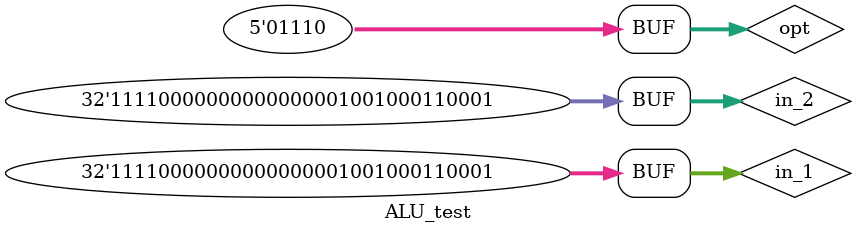
<source format=v>
`timescale 1ns / 1ps


module ALU_test(

    );

    reg [4:0] opt;
    reg [31:0] in_1;
    reg [31:0] in_2;
    wire [31:0] out;
    wire zero;
    ALU alu1(.op(opt),.A(in_1),.B(in_2),.out(out),.zero(zero));
    initial begin
            opt = 5'b00000;
            in_1 = 108;
            in_2 = 62;
        #20 in_1 = 32'h80000074;
            in_2 = 32'h80000079;
        #20 in_1 = 32'h80000074;
            in_2 = 200;
        #20 in_1 = 32'h80000074;
            in_2 = 62;
            
       #20     opt = 5'b00001;
            in_1 = 32'hf2340000;
            in_2 = 32'h80000000;
        #20 in_1 = 32'h7fffffff;
            in_2 = 32'h70000001;
        #20 in_1 = 32'hffffffff;
            in_2 = 32'h00000001;
        #20 in_1 = 32'hf1a2c371;
            in_2 = 32'h7230ff45;


        #20 opt = 5'b000010;
            in_1 = 32'h0000006c;
            in_2 = 32'h0000003e;
        #20 in_1 = 32'h0000003e;
            in_2 = 32'h0000006c;
        #20 in_1 = 32'h0000006c;
            in_2 = 32'h8000003e;
        #20 in_1 = 32'h8000006c;
            in_2 = 32'h8000003e;
            
       #20     opt = 5'b00011;
            in_1 = 32'hf2340000;
            in_2 = 32'h80000000;
        #20 in_1 = 32'h7fffffff;
            in_2 = 32'h70000001;
        #20 in_1 = 32'hffffffff;
            in_2 = 32'h00000001;
        #20 in_1 = 32'hf1a2c371;
            in_2 = 32'h7230ff45;
            
        //AND
        #20 opt = 5'b00100;
            in_1 = 32'h72340000;
            in_2 = 32'h60000000;
        #20 in_1 = 32'h7fffffff;
            in_2 = 32'h00000000;

        //OR
        #20 opt = 5'b00101;
            in_1 = 32'h00000000;
            in_2 = 32'h00000000;
        #20 in_1 = 32'h7fffffff;
            in_2 = 32'hf0000001;
        
        //XOR
        #20 opt = 5'b00110;
            in_1 = 32'ha0000000;
            in_2 = 32'h50000000;
        #20 in_1 = 32'h7fffffff;
            in_2 = 32'hf0000001;

        #20 opt = 5'b00111;
            in_1 = 32'ha0000000;
            in_2 = 32'h50000000;
        #20 in_1 = 32'h7fffffff;
            in_2 = 32'hf0000001;
                
                
        #20 opt = 5'b01000;
            in_1 = 32'ha0000000;
            in_2 = 32'h50000000;
        #20 in_1 = 32'h7fffffff;
            in_2 = 32'hf0000001;
        #20 in_1 = 108;
            in_2 = 62;
        #20 in_1 = 62;
            in_2 = 32'h07234000;
        #20 in_1 = 32'hf0000001;
            in_2 = -62;
        #20 in_1 = -62;
            in_2 = -108;
               
               
        #20 opt = 5'b01001;
            in_1 = 32'ha0000000;
            in_2 = 32'h50000000;
        #20 in_1 = 32'h7fffffff;
            in_2 = 32'hf0000001;
               
                   
        //SAL
        #20 opt = 5'b01010;
            in_1 = 32'h7234abcc;
            in_2 = 32'h00000010;
        #20 in_1 = 32'h7230ff45;
            in_2 = 32'h00000016;
        #20 in_1 = 32'hf0001231;
            in_2 = 32'h00000020;
        #20 in_1 = 32'hf1a2c371;
            in_2 = 32'h00000009;
            
        //SAR
        #20 opt = 5'b01011;
            in_1 = 32'h7234abcc;
            in_2 = 32'h00000010;
        #20 in_1 = 32'h7230ff45;
            in_2 = 32'h00000016;
        #20 in_1 = 32'hf0001231;
            in_2 = 32'h00000020;
        #20 in_1 = 32'hf1a2c371;
            in_2 = 32'h00000009;
            
        #20 opt = 5'b01100;
            in_1 = 32'h7234abcc;
            in_2 = 32'h00000010;
        #20 in_1 = 32'h7230ff45;
            in_2 = 32'h00000016;
        #20 in_1 = 32'hf0001231;
            in_2 = 32'h00000020;
        #20 in_1 = 32'hf1a2c371;
            in_2 = 32'h00000009;


        #20 opt = 5'b01101;
            in_1 = 32'h7234abcc;
            in_2 = 32'h7234abcc;
        #20 in_1 = 32'h7230ff45;
            in_2 = 32'h00000016;
        #20 in_1 = 32'hf0001231;
            in_2 = 32'hf0001231;
            
        #20 opt = 5'b01110;
            in_1 = 32'h7234abcc;
            in_2 = 32'h7234abcc;
        #20 in_1 = 32'h7230ff45;
            in_2 = 32'h00000016;
        #20 in_1 = 32'hf0001231;
            in_2 = 32'hf0001231;
            
    end 
endmodule
</source>
